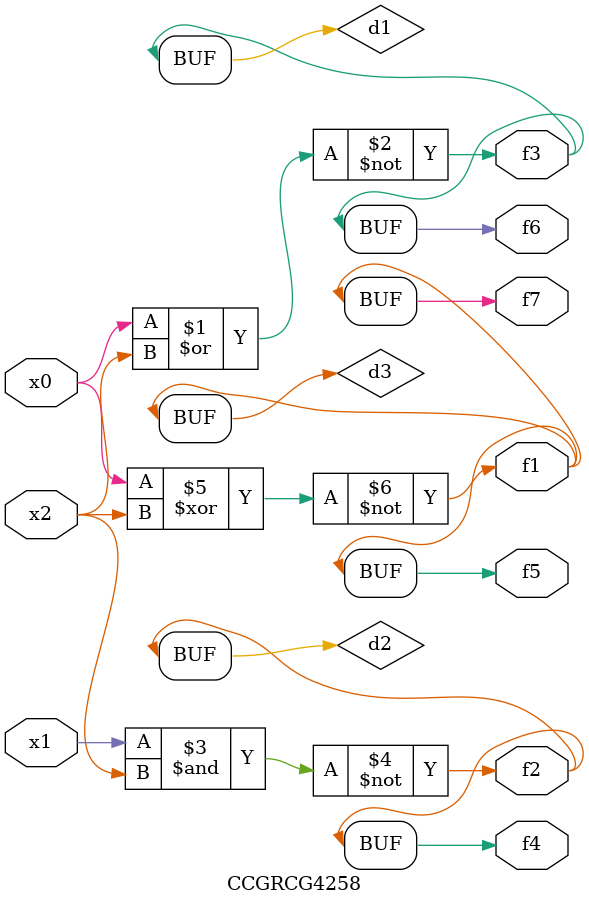
<source format=v>
module CCGRCG4258(
	input x0, x1, x2,
	output f1, f2, f3, f4, f5, f6, f7
);

	wire d1, d2, d3;

	nor (d1, x0, x2);
	nand (d2, x1, x2);
	xnor (d3, x0, x2);
	assign f1 = d3;
	assign f2 = d2;
	assign f3 = d1;
	assign f4 = d2;
	assign f5 = d3;
	assign f6 = d1;
	assign f7 = d3;
endmodule

</source>
